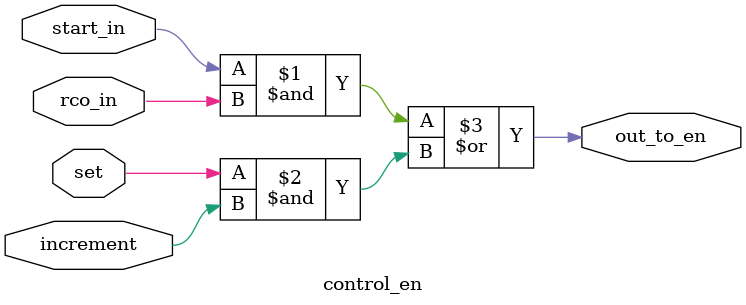
<source format=v>
`timescale 1ns / 1ps

module control_en(
     input start_in,rco_in,set,increment,
     output out_to_en
    );
    
assign out_to_en = (start_in & rco_in) | (set & increment);
    
endmodule

</source>
